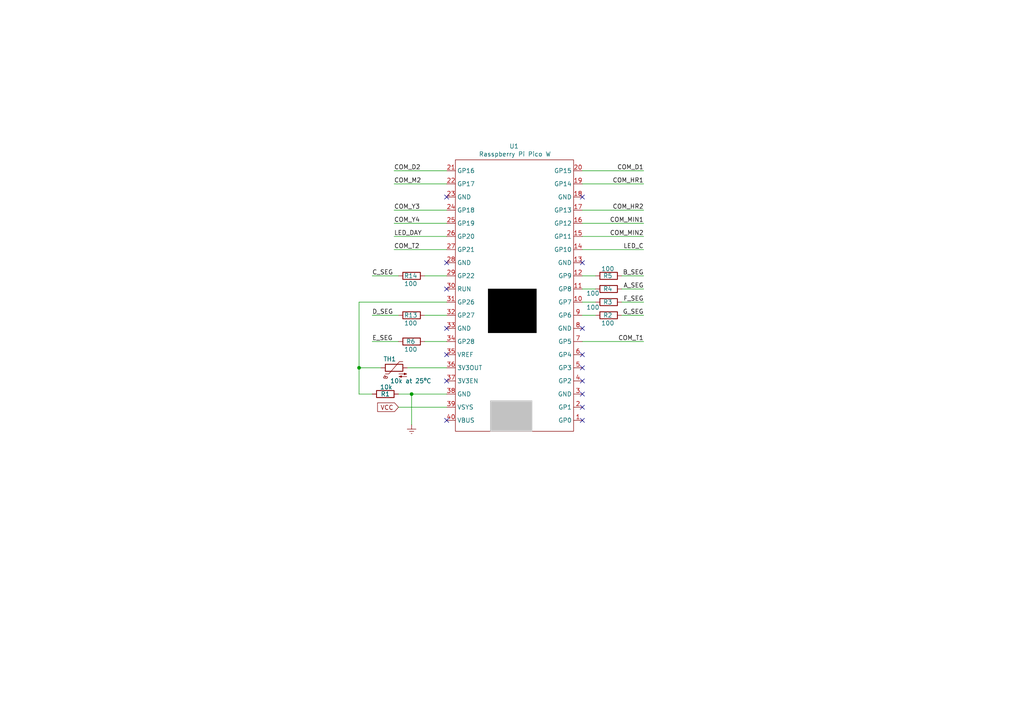
<source format=kicad_sch>
(kicad_sch (version 20231120) (generator "eeschema") (generator_version "8.0")
  (paper "A4")
  (title_block (title "Raspberry Pi Pico clock calendar") (date "2024-12-22") (rev "1.0") (company "Pakéquis"))
  (lib_symbols
    (symbol "Device:R" (pin_numbers hide) (pin_names (offset 0))
      (property "Reference" "R" (at 2.032 0 90))
      (property "Value" "R" (at 0 0 90))
      (symbol "R_0_1"
        (rectangle (start -1.016 -2.54) (end 1.016 2.54) (stroke (width 0.254)))
      )
      (symbol "R_1_1"
        (pin passive line (at 0 3.81 270) (length 1.27) (name "~") (number "1"))
        (pin passive line (at 0 -3.81 90) (length 1.27) (name "~") (number "2"))
      )
    )
    (symbol "Device:Thermistor_NTC" (pin_numbers hide) (pin_names (offset 0))
      (property "Reference" "TH" (at -4.445 0 90))
      (property "Value" "Thermistor_NTC" (at 3.175 0 90))
      (symbol "Thermistor_NTC_0_1"
        (arc (start -3.048 2.159) (mid -3.0495 2.3143) (end -3.175 2.413))
        (arc (start -3.048 2.159) (mid -2.9736 1.9794) (end -2.794 1.905))
        (arc (start -3.048 2.794) (mid -2.9736 2.6144) (end -2.794 2.54))
        (arc (start -2.794 1.905) (mid -2.6144 1.9794) (end -2.54 2.159))
        (arc (start -2.794 2.54) (mid -2.4393 2.5587) (end -2.159 2.794))
        (arc (start -2.794 3.048) (mid -2.9736 2.9736) (end -3.048 2.794))
        (arc (start -2.54 2.794) (mid -2.6144 2.9736) (end -2.794 3.048))
        (rectangle (start -1.016 2.54) (end 1.016 -2.54) (stroke (width 0.254)))
        (polyline (pts (xy -2.54 2.159) (xy -2.54 2.794)))
        (polyline (pts (xy -1.778 2.54) (xy -1.778 1.524) (xy 1.778 -1.524) (xy 1.778 -2.54)))
        (polyline (pts (xy -2.54 -3.683) (xy -2.54 -1.397) (xy -2.794 -2.159) (xy -2.286 -2.159) (xy -2.54 -1.397) (xy -2.54 -1.651)) (fill (type outline)))
        (polyline (pts (xy -1.778 -1.397) (xy -1.778 -3.683) (xy -2.032 -2.921) (xy -1.524 -2.921) (xy -1.778 -3.683) (xy -1.778 -3.429)) (fill (type outline)))
      )
      (symbol "Thermistor_NTC_1_1"
        (pin passive line (at 0 3.81 270) (length 1.27) (name "~") (number "1"))
        (pin passive line (at 0 -3.81 90) (length 1.27) (name "~") (number "2"))
      )
    )
    (symbol "Pakequis_lib:Raspberry-pi-pico"
      (property "Reference" "U" (at 0 0 0))
      (symbol "Raspberry-pi-pico_0_1"
        (rectangle (start 0 -1.905) (end 34.29 -80.645))
      )
      (symbol "Raspberry-pi-pico_1_1"
        (rectangle (start 10.795 -30.48) (end 24.765 -43.18) (stroke (width 0) (color 0 0 0 1)) (fill (type color) (color 0 0 0 1)))
        (rectangle (start 12.065 -1.905) (end 24.13 -10.795) (stroke (width 0) (color 194 194 194 1)) (fill (type color) (color 194 194 194 1)))
        (pin bidirectional line (at -2.54 -5.08 0) (length 2.54) (name "GP0") (number "1"))
        (pin bidirectional line (at -2.54 -39.37 0) (length 2.54) (name "GP7") (number "10"))
        (pin bidirectional line (at -2.54 -43.18 0) (length 2.54) (name "GP8") (number "11"))
        (pin bidirectional line (at -2.54 -46.99 0) (length 2.54) (name "GP9") (number "12"))
        (pin passive line (at -2.54 -50.8 0) (length 2.54) (name "GND") (number "13"))
        (pin bidirectional line (at -2.54 -54.61 0) (length 2.54) (name "GP10") (number "14"))
        (pin bidirectional line (at -2.54 -58.42 0) (length 2.54) (name "GP11") (number "15"))
        (pin bidirectional line (at -2.54 -62.23 0) (length 2.54) (name "GP12") (number "16"))
        (pin bidirectional line (at -2.54 -66.04 0) (length 2.54) (name "GP13") (number "17"))
        (pin passive line (at -2.54 -69.85 0) (length 2.54) (name "GND") (number "18"))
        (pin bidirectional line (at -2.54 -73.66 0) (length 2.54) (name "GP14") (number "19"))
        (pin bidirectional line (at -2.54 -8.89 0) (length 2.54) (name "GP1") (number "2"))
        (pin bidirectional line (at -2.54 -77.47 0) (length 2.54) (name "GP15") (number "20"))
        (pin bidirectional line (at 36.83 -77.47 180) (length 2.54) (name "GP16") (number "21"))
        (pin bidirectional line (at 36.83 -73.66 180) (length 2.54) (name "GP17") (number "22"))
        (pin passive line (at 36.83 -69.85 180) (length 2.54) (name "GND") (number "23"))
        (pin bidirectional line (at 36.83 -66.04 180) (length 2.54) (name "GP18") (number "24"))
        (pin bidirectional line (at 36.83 -62.23 180) (length 2.54) (name "GP19") (number "25"))
        (pin bidirectional line (at 36.83 -58.42 180) (length 2.54) (name "GP20") (number "26"))
        (pin bidirectional line (at 36.83 -54.61 180) (length 2.54) (name "GP21") (number "27"))
        (pin passive line (at 36.83 -50.8 180) (length 2.54) (name "GND") (number "28"))
        (pin bidirectional line (at 36.83 -46.99 180) (length 2.54) (name "GP22") (number "29"))
        (pin passive line (at -2.54 -12.7 0) (length 2.54) (name "GND") (number "3"))
        (pin passive line (at 36.83 -43.18 180) (length 2.54) (name "RUN") (number "30"))
        (pin bidirectional line (at 36.83 -39.37 180) (length 2.54) (name "GP26") (number "31"))
        (pin bidirectional line (at 36.83 -35.56 180) (length 2.54) (name "GP27") (number "32"))
        (pin passive line (at 36.83 -31.75 180) (length 2.54) (name "GND") (number "33"))
        (pin bidirectional line (at 36.83 -27.94 180) (length 2.54) (name "GP28") (number "34"))
        (pin passive line (at 36.83 -24.13 180) (length 2.54) (name "VREF") (number "35"))
        (pin passive line (at 36.83 -20.32 180) (length 2.54) (name "3V3OUT") (number "36"))
        (pin passive line (at 36.83 -16.51 180) (length 2.54) (name "3V3EN") (number "37"))
        (pin passive line (at 36.83 -12.7 180) (length 2.54) (name "GND") (number "38"))
        (pin passive line (at 36.83 -8.89 180) (length 2.54) (name "VSYS") (number "39"))
        (pin bidirectional line (at -2.54 -16.51 0) (length 2.54) (name "GP2") (number "4"))
        (pin passive line (at 36.83 -5.08 180) (length 2.54) (name "VBUS") (number "40"))
        (pin bidirectional line (at -2.54 -20.32 0) (length 2.54) (name "GP3") (number "5"))
        (pin bidirectional line (at -2.54 -24.13 0) (length 2.54) (name "GP4") (number "6"))
        (pin bidirectional line (at -2.54 -27.94 0) (length 2.54) (name "GP5") (number "7"))
        (pin passive line (at -2.54 -31.75 0) (length 2.54) (name "GND") (number "8"))
        (pin bidirectional line (at -2.54 -35.56 0) (length 2.54) (name "GP6") (number "9"))
      )
    )
    (symbol "power:GNDREF" (power) (pin_numbers hide) (pin_names (offset 0) hide)
      (property "Value" "GNDREF" (at 0 -3.81 0))
      (symbol "GNDREF_0_1"
        (polyline (pts (xy -0.635 -1.905) (xy 0.635 -1.905)))
        (polyline (pts (xy -0.127 -2.54) (xy 0.127 -2.54)))
        (polyline (pts (xy 0 -1.27) (xy 0 0)))
        (polyline (pts (xy 1.27 -1.27) (xy -1.27 -1.27)))
      )
      (symbol "GNDREF_1_1"
        (pin power_in line (at 0 0 270) (length 0) (name "~") (number "1"))
      )
    )
  )
  (junction (at 119.38 114.3))
  (junction (at 104.14 106.68))
  (no_connect (at 129.54 76.2))
  (no_connect (at 168.91 76.2))
  (no_connect (at 129.54 102.87))
  (no_connect (at 168.91 110.49))
  (no_connect (at 168.91 102.87))
  (no_connect (at 168.91 57.15))
  (no_connect (at 129.54 95.25))
  (no_connect (at 168.91 114.3))
  (no_connect (at 129.54 57.15))
  (no_connect (at 129.54 110.49))
  (no_connect (at 129.54 121.92))
  (no_connect (at 168.91 95.25))
  (no_connect (at 168.91 106.68))
  (no_connect (at 168.91 121.92))
  (no_connect (at 129.54 83.82))
  (no_connect (at 168.91 118.11))
  (wire (pts (xy 168.91 83.82) (xy 172.72 83.82)))
  (wire (pts (xy 123.19 91.44) (xy 129.54 91.44)))
  (wire (pts (xy 119.38 114.3) (xy 129.54 114.3)))
  (wire (pts (xy 168.91 64.77) (xy 186.69 64.77)))
  (wire (pts (xy 118.11 106.68) (xy 129.54 106.68)))
  (wire (pts (xy 168.91 68.58) (xy 186.69 68.58)))
  (wire (pts (xy 114.3 60.96) (xy 129.54 60.96)))
  (wire (pts (xy 114.3 53.34) (xy 129.54 53.34)))
  (wire (pts (xy 168.91 53.34) (xy 186.69 53.34)))
  (wire (pts (xy 114.3 68.58) (xy 129.54 68.58)))
  (wire (pts (xy 168.91 80.01) (xy 172.72 80.01)))
  (wire (pts (xy 123.19 80.01) (xy 129.54 80.01)))
  (wire (pts (xy 168.91 72.39) (xy 186.69 72.39)))
  (wire (pts (xy 180.34 91.44) (xy 186.69 91.44)))
  (wire (pts (xy 107.95 91.44) (xy 115.57 91.44)))
  (wire (pts (xy 168.91 99.06) (xy 186.69 99.06)))
  (wire (pts (xy 180.34 83.82) (xy 186.69 83.82)))
  (wire (pts (xy 123.19 99.06) (xy 129.54 99.06)))
  (wire (pts (xy 115.57 114.3) (xy 119.38 114.3)))
  (wire (pts (xy 107.95 114.3) (xy 104.14 114.3)))
  (wire (pts (xy 107.95 80.01) (xy 115.57 80.01)))
  (wire (pts (xy 168.91 60.96) (xy 186.69 60.96)))
  (wire (pts (xy 114.3 64.77) (xy 129.54 64.77)))
  (wire (pts (xy 114.3 49.53) (xy 129.54 49.53)))
  (wire (pts (xy 107.95 99.06) (xy 115.57 99.06)))
  (wire (pts (xy 119.38 114.3) (xy 119.38 123.19)))
  (wire (pts (xy 115.57 118.11) (xy 129.54 118.11)))
  (wire (pts (xy 168.91 49.53) (xy 186.69 49.53)))
  (wire (pts (xy 168.91 91.44) (xy 172.72 91.44)))
  (wire (pts (xy 104.14 87.63) (xy 129.54 87.63)))
  (wire (pts (xy 168.91 87.63) (xy 172.72 87.63)))
  (wire (pts (xy 180.34 80.01) (xy 186.69 80.01)))
  (wire (pts (xy 104.14 114.3) (xy 104.14 106.68)))
  (wire (pts (xy 110.49 106.68) (xy 104.14 106.68)))
  (wire (pts (xy 104.14 106.68) (xy 104.14 87.63)))
  (wire (pts (xy 180.34 87.63) (xy 186.69 87.63)))
  (wire (pts (xy 114.3 72.39) (xy 129.54 72.39)))
  (label "COM_Y3" (at 114.3 60.96 0))
  (label "COM_HR1" (at 186.69 53.34 180))
  (label "COM_MIN2" (at 186.69 68.58 180))
  (label "G_SEG" (at 186.69 91.44 180))
  (label "B_SEG" (at 186.69 80.01 180))
  (label "COM_MIN1" (at 186.69 64.77 180))
  (label "COM_T1" (at 186.69 99.06 180))
  (label "D_SEG" (at 107.95 91.44 0))
  (label "A_SEG" (at 186.69 83.82 180))
  (label "LED_C" (at 186.69 72.39 180))
  (label "COM_Y4" (at 114.3 64.77 0))
  (label "E_SEG" (at 107.95 99.06 0))
  (label "C_SEG" (at 107.95 80.01 0))
  (label "LED_DAY" (at 114.3 68.58 0))
  (label "COM_HR2" (at 186.69 60.96 180))
  (label "COM_D2" (at 114.3 49.53 0))
  (label "F_SEG" (at 186.69 87.63 180))
  (label "COM_M2" (at 114.3 53.34 0))
  (label "COM_D1" (at 186.69 49.53 180))
  (label "COM_T2" (at 114.3 72.39 0))
  (global_label "VCC" (shape input) (at 115.57 118.11 180) (property "Intersheetrefs" "${INTERSHEET_REFS}" (effects (hide yes))))
  (symbol (lib_id "Device:R") (at 119.38 91.44 90) (unit 1)
    (property "Reference" "R13" (at 119.126 91.44 90))
    (property "Value" "100" (at 119.126 93.726 90))
    (property "Description" "Resistor" (effects (hide yes)))
  )
  (symbol (lib_id "Pakequis_lib:Raspberry-pi-pico") (at 166.37 127 180) (unit 1)
    (property "Reference" "U1" (at 149.098 42.418 0))
    (property "Value" "Rasspberry Pi Pico W" (at 149.352 44.704 0))
  )
  (symbol (lib_id "Device:R") (at 111.76 114.3 90) (unit 1)
    (property "Reference" "R1" (at 111.76 114.3 90))
    (property "Value" "10k" (at 112.014 112.268 90))
    (property "Description" "Resistor" (effects (hide yes)))
  )
  (symbol (lib_id "Device:R") (at 176.53 91.44 90) (unit 1)
    (property "Reference" "R2" (at 176.276 91.44 90))
    (property "Value" "100" (at 176.276 93.726 90))
    (property "Description" "Resistor" (effects (hide yes)))
  )
  (symbol (lib_id "Device:R") (at 119.38 80.01 90) (unit 1)
    (property "Reference" "R14" (at 119.126 80.01 90))
    (property "Value" "100" (at 119.126 82.296 90))
    (property "Description" "Resistor" (effects (hide yes)))
  )
  (symbol (lib_id "Device:R") (at 176.53 80.01 90) (unit 1)
    (property "Reference" "R5" (at 176.276 80.01 90))
    (property "Value" "100" (at 176.276 77.978 90))
    (property "Description" "Resistor" (effects (hide yes)))
  )
  (symbol (lib_id "Device:R") (at 176.53 87.63 90) (unit 1)
    (property "Reference" "R3" (at 176.276 87.63 90))
    (property "Value" "100" (at 171.958 89.154 90))
    (property "Description" "Resistor" (effects (hide yes)))
  )
  (symbol (lib_id "Device:R") (at 176.53 83.82 90) (unit 1)
    (property "Reference" "R4" (at 176.276 83.82 90))
    (property "Value" "100" (at 171.958 85.09 90))
    (property "Description" "Resistor" (effects (hide yes)))
  )
  (symbol (lib_id "Device:R") (at 119.38 99.06 90) (unit 1)
    (property "Reference" "R6" (at 119.126 99.06 90))
    (property "Value" "100" (at 119.126 101.346 90))
    (property "Description" "Resistor" (effects (hide yes)))
  )
  (symbol (lib_id "power:GNDREF") (at 119.38 123.19 0) (unit 1)
    (property "Reference" "#PWR04" (effects (hide yes)))
    (property "Value" "GNDREF" (effects (hide yes)))
    (property "Description" "Power symbol creates a global label with name \"GNDREF\" , reference supply ground" (effects (hide yes)))
  )
  (symbol (lib_id "Device:Thermistor_NTC") (at 114.3 106.68 90) (unit 1)
    (property "Reference" "TH1" (at 113.03 104.14 90))
    (property "Value" "10k at 25ºC" (at 119.126 110.49 90))
    (property "Description" "Temperature dependent resistor, negative temperature coefficient" (effects (hide yes)))
  )
)
</source>
